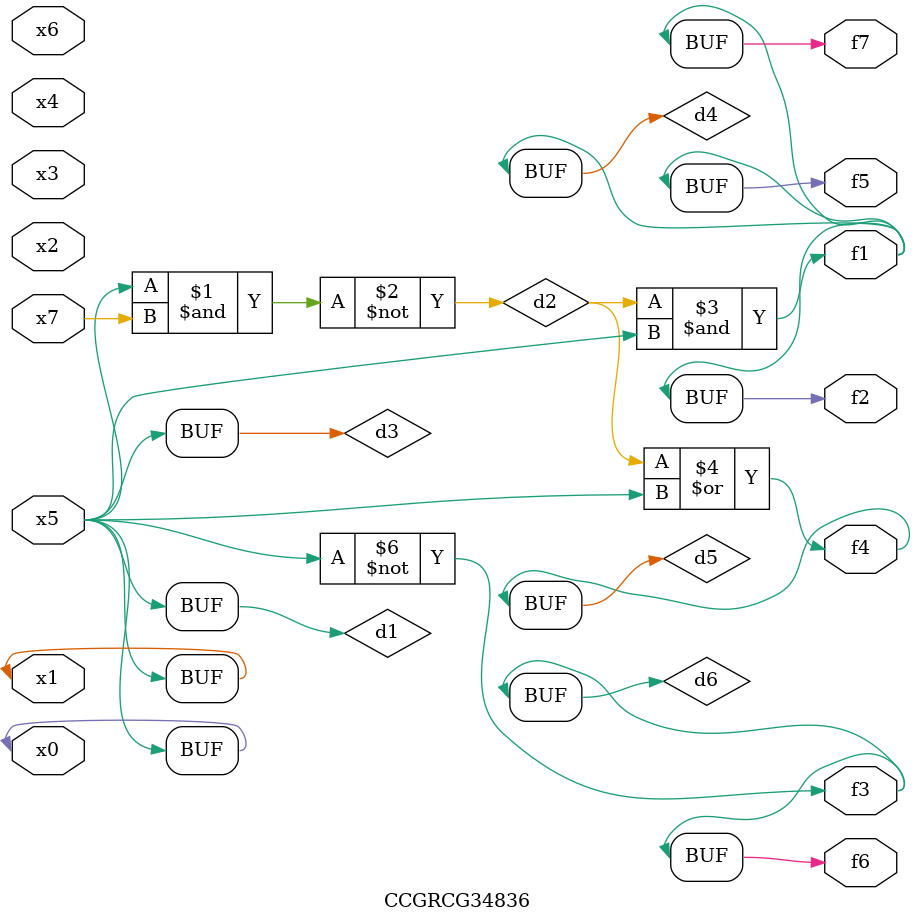
<source format=v>
module CCGRCG34836(
	input x0, x1, x2, x3, x4, x5, x6, x7,
	output f1, f2, f3, f4, f5, f6, f7
);

	wire d1, d2, d3, d4, d5, d6;

	buf (d1, x0, x5);
	nand (d2, x5, x7);
	buf (d3, x0, x1);
	and (d4, d2, d3);
	or (d5, d2, d3);
	nor (d6, d1, d3);
	assign f1 = d4;
	assign f2 = d4;
	assign f3 = d6;
	assign f4 = d5;
	assign f5 = d4;
	assign f6 = d6;
	assign f7 = d4;
endmodule

</source>
